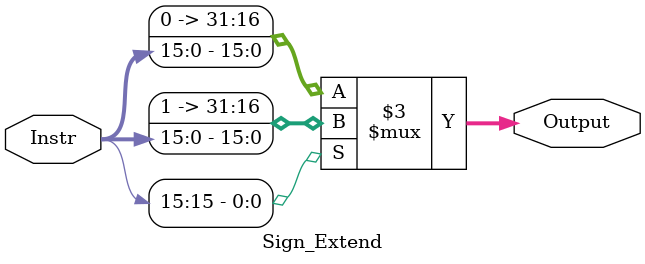
<source format=v>
module Sign_Extend (
    input wire [15:0] Instr,
    output reg [31:0] Output
);
    

always @(*)


    begin

    if(Instr[15])
   
    Output = {16'hFFFF,Instr};
      

    else
    Output = {16'h0000,Instr};

    end

endmodule
</source>
